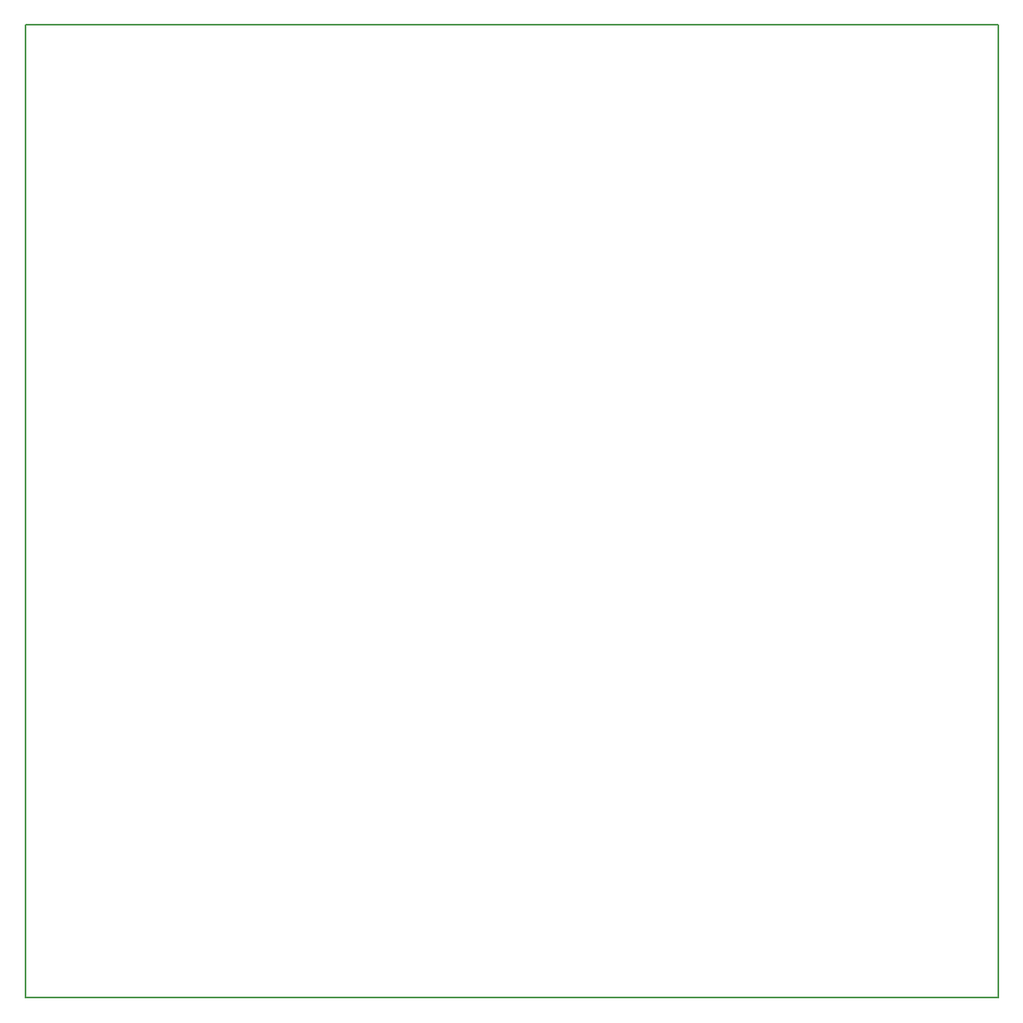
<source format=gbr>
%TF.GenerationSoftware,KiCad,Pcbnew,(7.0.0)*%
%TF.CreationDate,2023-04-13T19:44:05+02:00*%
%TF.ProjectId,EEE3088_design_project,45454533-3038-4385-9f64-657369676e5f,1.0*%
%TF.SameCoordinates,Original*%
%TF.FileFunction,Profile,NP*%
%FSLAX46Y46*%
G04 Gerber Fmt 4.6, Leading zero omitted, Abs format (unit mm)*
G04 Created by KiCad (PCBNEW (7.0.0)) date 2023-04-13 19:44:05*
%MOMM*%
%LPD*%
G01*
G04 APERTURE LIST*
%TA.AperFunction,Profile*%
%ADD10C,0.200000*%
%TD*%
G04 APERTURE END LIST*
D10*
X85344000Y-56388000D02*
X185420000Y-56388000D01*
X185420000Y-56388000D02*
X185420000Y-156464000D01*
X185420000Y-156464000D02*
X85344000Y-156464000D01*
X85344000Y-156464000D02*
X85344000Y-56388000D01*
M02*

</source>
